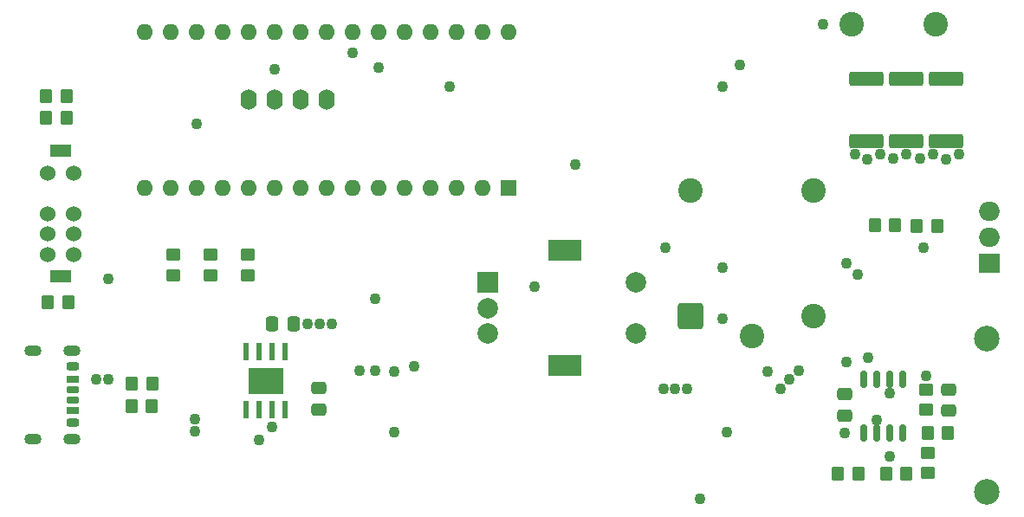
<source format=gbs>
G04 #@! TF.GenerationSoftware,KiCad,Pcbnew,8.0.3*
G04 #@! TF.CreationDate,2024-06-12T20:13:02+02:00*
G04 #@! TF.ProjectId,Li Ion Doctor,4c692049-6f6e-4204-946f-63746f722e6b,1*
G04 #@! TF.SameCoordinates,Original*
G04 #@! TF.FileFunction,Soldermask,Bot*
G04 #@! TF.FilePolarity,Negative*
%FSLAX46Y46*%
G04 Gerber Fmt 4.6, Leading zero omitted, Abs format (unit mm)*
G04 Created by KiCad (PCBNEW 8.0.3) date 2024-06-12 20:13:02*
%MOMM*%
%LPD*%
G01*
G04 APERTURE LIST*
G04 Aperture macros list*
%AMRoundRect*
0 Rectangle with rounded corners*
0 $1 Rounding radius*
0 $2 $3 $4 $5 $6 $7 $8 $9 X,Y pos of 4 corners*
0 Add a 4 corners polygon primitive as box body*
4,1,4,$2,$3,$4,$5,$6,$7,$8,$9,$2,$3,0*
0 Add four circle primitives for the rounded corners*
1,1,$1+$1,$2,$3*
1,1,$1+$1,$4,$5*
1,1,$1+$1,$6,$7*
1,1,$1+$1,$8,$9*
0 Add four rect primitives between the rounded corners*
20,1,$1+$1,$2,$3,$4,$5,0*
20,1,$1+$1,$4,$5,$6,$7,0*
20,1,$1+$1,$6,$7,$8,$9,0*
20,1,$1+$1,$8,$9,$2,$3,0*%
G04 Aperture macros list end*
%ADD10C,2.400000*%
%ADD11R,2.000000X2.000000*%
%ADD12C,2.000000*%
%ADD13R,3.200000X2.000000*%
%ADD14O,1.600000X2.000000*%
%ADD15C,1.524000*%
%ADD16R,2.032000X1.270000*%
%ADD17RoundRect,0.250000X-0.450000X0.350000X-0.450000X-0.350000X0.450000X-0.350000X0.450000X0.350000X0*%
%ADD18RoundRect,0.249999X-1.425001X0.450001X-1.425001X-0.450001X1.425001X-0.450001X1.425001X0.450001X0*%
%ADD19C,2.500000*%
%ADD20RoundRect,0.250000X-0.475000X0.337500X-0.475000X-0.337500X0.475000X-0.337500X0.475000X0.337500X0*%
%ADD21RoundRect,0.250000X0.475000X-0.337500X0.475000X0.337500X-0.475000X0.337500X-0.475000X-0.337500X0*%
%ADD22RoundRect,0.250000X0.337500X0.475000X-0.337500X0.475000X-0.337500X-0.475000X0.337500X-0.475000X0*%
%ADD23RoundRect,0.250000X0.450000X-0.350000X0.450000X0.350000X-0.450000X0.350000X-0.450000X-0.350000X0*%
%ADD24RoundRect,0.250000X-0.350000X-0.450000X0.350000X-0.450000X0.350000X0.450000X-0.350000X0.450000X0*%
%ADD25RoundRect,0.250000X-1.000000X-1.000000X1.000000X-1.000000X1.000000X1.000000X-1.000000X1.000000X0*%
%ADD26R,2.000000X1.905000*%
%ADD27O,2.000000X1.905000*%
%ADD28RoundRect,0.250000X0.350000X0.450000X-0.350000X0.450000X-0.350000X-0.450000X0.350000X-0.450000X0*%
%ADD29RoundRect,0.150000X-0.150000X0.675000X-0.150000X-0.675000X0.150000X-0.675000X0.150000X0.675000X0*%
%ADD30R,0.558800X1.663700*%
%ADD31R,3.403600X2.514600*%
%ADD32R,1.600000X1.600000*%
%ADD33O,1.600000X1.600000*%
%ADD34RoundRect,0.175000X0.425000X-0.175000X0.425000X0.175000X-0.425000X0.175000X-0.425000X-0.175000X0*%
%ADD35RoundRect,0.190000X-0.410000X0.190000X-0.410000X-0.190000X0.410000X-0.190000X0.410000X0.190000X0*%
%ADD36RoundRect,0.200000X-0.400000X0.200000X-0.400000X-0.200000X0.400000X-0.200000X0.400000X0.200000X0*%
%ADD37RoundRect,0.175000X-0.425000X0.175000X-0.425000X-0.175000X0.425000X-0.175000X0.425000X0.175000X0*%
%ADD38RoundRect,0.190000X0.410000X-0.190000X0.410000X0.190000X-0.410000X0.190000X-0.410000X-0.190000X0*%
%ADD39RoundRect,0.200000X0.400000X-0.200000X0.400000X0.200000X-0.400000X0.200000X-0.400000X-0.200000X0*%
%ADD40O,1.700000X1.100000*%
%ADD41C,1.100000*%
G04 APERTURE END LIST*
D10*
X185140600Y-86106000D03*
D11*
X141351000Y-111306600D03*
D12*
X141351000Y-116306600D03*
X141351000Y-113806600D03*
D13*
X148851000Y-108206600D03*
X148851000Y-119406600D03*
D12*
X155851000Y-116306600D03*
X155851000Y-111306600D03*
D10*
X176911000Y-86106000D03*
D14*
X117957600Y-93434600D03*
X120497600Y-93434600D03*
X123037600Y-93434600D03*
X125577600Y-93434600D03*
D15*
X100836100Y-108596700D03*
X100836100Y-106596700D03*
X100836100Y-104596700D03*
X100836100Y-100596700D03*
X98336100Y-108596700D03*
X98336100Y-106596700D03*
X98336100Y-104596700D03*
X98336100Y-100596700D03*
D16*
X99586100Y-98446700D03*
X99586100Y-110746700D03*
D17*
X184327800Y-127965200D03*
X184327800Y-129965200D03*
D18*
X178333400Y-91440000D03*
X178333400Y-97540000D03*
D19*
X190068200Y-116782200D03*
X190068200Y-131782200D03*
D18*
X182245000Y-91440000D03*
X182245000Y-97540000D03*
D20*
X124815600Y-121666000D03*
X124815600Y-123741000D03*
D21*
X176199800Y-124325200D03*
X176199800Y-122250200D03*
D22*
X122373300Y-115392200D03*
X120298300Y-115392200D03*
D23*
X114249200Y-110600000D03*
X114249200Y-108600000D03*
D24*
X98164900Y-95211900D03*
X100164900Y-95211900D03*
D10*
X167188400Y-116562000D03*
X173188400Y-102362000D03*
X161188400Y-102362000D03*
D25*
X161188400Y-114562000D03*
D10*
X173188400Y-114562000D03*
D26*
X190398400Y-109397800D03*
D27*
X190398400Y-106857800D03*
X190398400Y-104317800D03*
D28*
X182270400Y-129971800D03*
X180270400Y-129971800D03*
X185270000Y-105760000D03*
X183270000Y-105760000D03*
X100164900Y-93103700D03*
X98164900Y-93103700D03*
D29*
X178104800Y-120768200D03*
X179374800Y-120768200D03*
X180644800Y-120768200D03*
X181914800Y-120768200D03*
X181914800Y-126018200D03*
X180644800Y-126018200D03*
X179374800Y-126018200D03*
X178104800Y-126018200D03*
D21*
X186359800Y-123842600D03*
X186359800Y-121767600D03*
D30*
X117748050Y-118110250D03*
X119018050Y-118110250D03*
X120288050Y-118110250D03*
X121558050Y-118110250D03*
X121558050Y-123761750D03*
X120288050Y-123761750D03*
X119018050Y-123761750D03*
X117748050Y-123761750D03*
D31*
X119653050Y-120936000D03*
D24*
X106517800Y-123381600D03*
X108517800Y-123381600D03*
D28*
X100368100Y-113245900D03*
X98368100Y-113245900D03*
X177587400Y-129971800D03*
X175587400Y-129971800D03*
D23*
X184200800Y-123774200D03*
X184200800Y-121774200D03*
X117900000Y-110600000D03*
X117900000Y-108600000D03*
D24*
X106536600Y-121197200D03*
X108536600Y-121197200D03*
X179160000Y-105750000D03*
X181160000Y-105750000D03*
D17*
X110600000Y-108600000D03*
X110600000Y-110600000D03*
D32*
X143383000Y-102082600D03*
D33*
X140843000Y-102082600D03*
X138303000Y-102082600D03*
X135763000Y-102082600D03*
X133223000Y-102082600D03*
X130683000Y-102082600D03*
X128143000Y-102082600D03*
X125603000Y-102082600D03*
X123063000Y-102082600D03*
X120523000Y-102082600D03*
X117983000Y-102082600D03*
X115443000Y-102082600D03*
X112903000Y-102082600D03*
X110363000Y-102082600D03*
X107823000Y-102082600D03*
X107823000Y-86842600D03*
X110363000Y-86842600D03*
X112903000Y-86842600D03*
X115443000Y-86842600D03*
X117983000Y-86842600D03*
X120523000Y-86842600D03*
X123063000Y-86842600D03*
X125603000Y-86842600D03*
X128143000Y-86842600D03*
X130683000Y-86842600D03*
X133223000Y-86842600D03*
X135763000Y-86842600D03*
X138303000Y-86842600D03*
X140843000Y-86842600D03*
X143383000Y-86842600D03*
D18*
X186156600Y-91440000D03*
X186156600Y-97540000D03*
D34*
X100787200Y-122782400D03*
D35*
X100787200Y-120762400D03*
D36*
X100787200Y-119532400D03*
D37*
X100787200Y-121782400D03*
D38*
X100787200Y-123802400D03*
D39*
X100787200Y-125032400D03*
D40*
X96907200Y-126602400D03*
X100707200Y-126602400D03*
X96907200Y-117962400D03*
X100707200Y-117962400D03*
D24*
X184334400Y-126034800D03*
X186334400Y-126034800D03*
D41*
X149860000Y-99822000D03*
X132207000Y-119989600D03*
X132207000Y-125958600D03*
X164731700Y-125938200D03*
X184200800Y-120472200D03*
X120243600Y-125476000D03*
X128778000Y-119964200D03*
X168656000Y-120040400D03*
X158699200Y-107899200D03*
X130710000Y-90340000D03*
X128140000Y-88870000D03*
X164312600Y-92193050D03*
X164312600Y-114858800D03*
X126078400Y-115390000D03*
X120500000Y-90500000D03*
X103040000Y-120760000D03*
X124920000Y-115390000D03*
X134112000Y-119507000D03*
X112699800Y-125857000D03*
X112690000Y-124690000D03*
X123750000Y-115390000D03*
X137591800Y-92176600D03*
X176199800Y-126009400D03*
X104216200Y-120751600D03*
X164309800Y-109890000D03*
X158490000Y-121690000D03*
X159660000Y-121690000D03*
X170820000Y-120820000D03*
X171710000Y-119920000D03*
X169930000Y-121710000D03*
X160820100Y-121691400D03*
X183890000Y-107950000D03*
X145872200Y-111683800D03*
X104279700Y-110985300D03*
X112877600Y-95783400D03*
X162064700Y-132491400D03*
X174142400Y-86055200D03*
X182219600Y-98810000D03*
X183550000Y-99230000D03*
X178430000Y-99240000D03*
X187370000Y-98810000D03*
X186120000Y-99240000D03*
X180950000Y-99230000D03*
X179679600Y-98810000D03*
X177200000Y-98810000D03*
X184886600Y-98810000D03*
X130352800Y-112903000D03*
X119030000Y-126740000D03*
X130352800Y-119964200D03*
X176428400Y-109397800D03*
X165989000Y-90017600D03*
X176428400Y-119100600D03*
X177469800Y-110566200D03*
X178485800Y-118694200D03*
X180644800Y-128346200D03*
X180644800Y-122123200D03*
X179374800Y-124790200D03*
M02*

</source>
